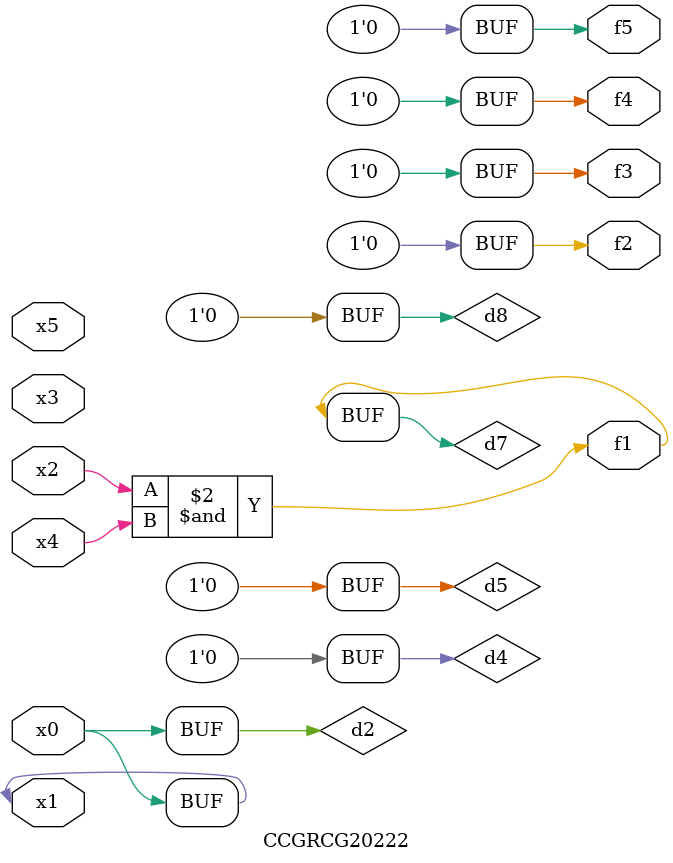
<source format=v>
module CCGRCG20222(
	input x0, x1, x2, x3, x4, x5,
	output f1, f2, f3, f4, f5
);

	wire d1, d2, d3, d4, d5, d6, d7, d8, d9;

	nand (d1, x1);
	buf (d2, x0, x1);
	nand (d3, x2, x4);
	and (d4, d1, d2);
	and (d5, d1, d2);
	nand (d6, d1, d3);
	not (d7, d3);
	xor (d8, d5);
	nor (d9, d5, d6);
	assign f1 = d7;
	assign f2 = d8;
	assign f3 = d8;
	assign f4 = d8;
	assign f5 = d8;
endmodule

</source>
